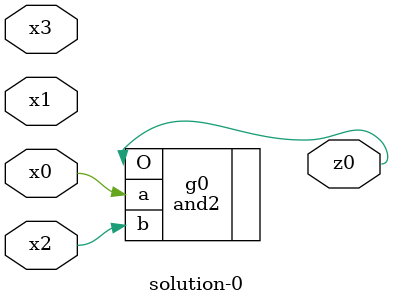
<source format=v>
module \solution-0 (
  x0, x1, x2, x3,
  z0 );
  input x0, x1, x2, x3;
  output z0;
  and2  g0(.a(x0), .b(x2), .O(z0));
endmodule

</source>
